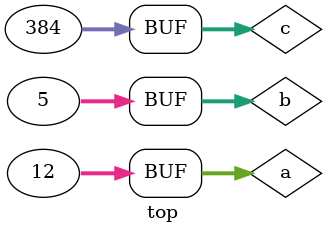
<source format=sv>
/*
:name: binary_op_arith_shl
:description: <<< operator test
:tags: 11.4.10
*/
module top();
int a = 12;
int b = 5;
int c;
initial begin
    c = a <<< b;
end
endmodule

</source>
